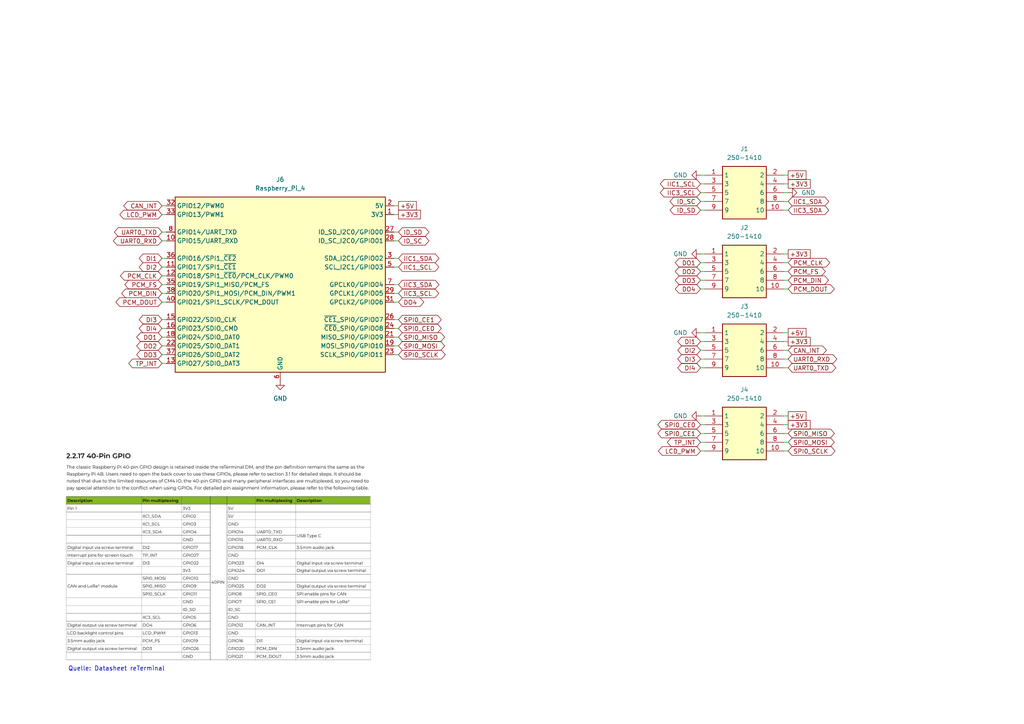
<source format=kicad_sch>
(kicad_sch (version 20250114) (generator "eeschema") (generator_version "9.0")
  (paper "A4")
  (lib_symbols
    (symbol "250-1410:250-1410"
      (property "Reference" "J" (at 19.05 7.62 0))
      (property "Value" "250-1410" (at 19.05 5.08 0))
      (symbol "250-1410_1_1"
        (rectangle (start 5.08 2.54) (end 17.78 -12.7) (stroke (width 0.254)) (fill (type background)))
        (pin passive line (at 0 0 0) (length 5.08) (name "1") (number "1"))
        (pin passive line (at 0 -2.54 0) (length 5.08) (name "3") (number "3"))
        (pin passive line (at 0 -5.08 0) (length 5.08) (name "5") (number "5"))
        (pin passive line (at 0 -7.62 0) (length 5.08) (name "7") (number "7"))
        (pin passive line (at 0 -10.16 0) (length 5.08) (name "9") (number "9"))
        (pin passive line (at 22.86 0 180) (length 5.08) (name "2") (number "2"))
        (pin passive line (at 22.86 -2.54 180) (length 5.08) (name "4") (number "4"))
        (pin passive line (at 22.86 -5.08 180) (length 5.08) (name "6") (number "6"))
        (pin passive line (at 22.86 -7.62 180) (length 5.08) (name "8") (number "8"))
        (pin passive line (at 22.86 -10.16 180) (length 5.08) (name "10") (number "10"))
      )
    )
    (symbol "Connector:Raspberry_Pi_4"
      (property "Reference" "J" (at -17.526 48.768 0))
      (property "Value" "Raspberry_Pi_4" (at 15.748 -26.416 0))
      (symbol "Raspberry_Pi_4_0_1"
        (rectangle (start -30.48 25.4) (end 30.48 -25.4) (stroke (width 0.254)) (fill (type background)))
      )
      (symbol "Raspberry_Pi_4_1_1"
        (pin bidirectional line (at -33.02 22.86 0) (length 2.54) (name "GPIO12/PWM0") (number "32"))
        (pin bidirectional line (at -33.02 20.32 0) (length 2.54) (name "GPIO13/PWM1") (number "33"))
        (pin bidirectional line (at -33.02 15.24 0) (length 2.54) (name "GPIO14/UART_TXD") (number "8"))
        (pin bidirectional line (at -33.02 12.7 0) (length 2.54) (name "GPIO15/UART_RXD") (number "10"))
        (pin bidirectional line (at -33.02 7.62 0) (length 2.54) (name "GPIO16/SPI1_~{CE2}") (number "36"))
        (pin bidirectional line (at -33.02 5.08 0) (length 2.54) (name "GPIO17/SPI1_~{CE1}") (number "11"))
        (pin bidirectional line (at -33.02 2.54 0) (length 2.54) (name "GPIO18/SPI1_~{CE0}/PCM_CLK/PWM0") (number "12"))
        (pin bidirectional line (at -33.02 0 0) (length 2.54) (name "GPIO19/SPI1_MISO/PCM_FS") (number "35"))
        (pin bidirectional line (at -33.02 -2.54 0) (length 2.54) (name "GPIO20/SPI1_MOSI/PCM_DIN/PWM1") (number "38"))
        (pin bidirectional line (at -33.02 -5.08 0) (length 2.54) (name "GPIO21/SPI1_SCLK/PCM_DOUT") (number "40"))
        (pin bidirectional line (at -33.02 -10.16 0) (length 2.54) (name "GPIO22/SDIO_CLK") (number "15"))
        (pin bidirectional line (at -33.02 -12.7 0) (length 2.54) (name "GPIO23/SDIO_CMD") (number "16"))
        (pin bidirectional line (at -33.02 -15.24 0) (length 2.54) (name "GPIO24/SDIO_DAT0") (number "18"))
        (pin bidirectional line (at -33.02 -17.78 0) (length 2.54) (name "GPIO25/SDIO_DAT1") (number "22"))
        (pin bidirectional line (at -33.02 -20.32 0) (length 2.54) (name "GPIO26/SDIO_DAT2") (number "37"))
        (pin bidirectional line (at -33.02 -22.86 0) (length 2.54) (name "GPIO27/SDIO_DAT3") (number "13"))
        (pin passive line (at 0 -27.94 90) (length 2.54) (hide yes) (name "GND") (number "14"))
        (pin passive line (at 0 -27.94 90) (length 2.54) (hide yes) (name "GND") (number "20"))
        (pin passive line (at 0 -27.94 90) (length 2.54) (hide yes) (name "GND") (number "25"))
        (pin passive line (at 0 -27.94 90) (length 2.54) (hide yes) (name "GND") (number "30"))
        (pin passive line (at 0 -27.94 90) (length 2.54) (hide yes) (name "GND") (number "34"))
        (pin passive line (at 0 -27.94 90) (length 2.54) (hide yes) (name "GND") (number "39"))
        (pin power_out line (at 0 -27.94 90) (length 2.54) (name "GND") (number "6"))
        (pin passive line (at 0 -27.94 90) (length 2.54) (hide yes) (name "GND") (number "9"))
        (pin power_out line (at 33.02 22.86 180) (length 2.54) (name "5V") (number "2"))
        (pin passive line (at 33.02 22.86 180) (length 2.54) (hide yes) (name "5V") (number "4"))
        (pin power_out line (at 33.02 20.32 180) (length 2.54) (name "3V3") (number "1"))
        (pin passive line (at 33.02 20.32 180) (length 2.54) (hide yes) (name "3V3") (number "17"))
        (pin bidirectional line (at 33.02 15.24 180) (length 2.54) (name "ID_SD_I2C0/GPIO00") (number "27"))
        (pin bidirectional line (at 33.02 12.7 180) (length 2.54) (name "ID_SC_I2C0/GPIO01") (number "28"))
        (pin bidirectional line (at 33.02 7.62 180) (length 2.54) (name "SDA_I2C1/GPIO02") (number "3"))
        (pin bidirectional line (at 33.02 5.08 180) (length 2.54) (name "SCL_I2C1/GPIO03") (number "5"))
        (pin bidirectional line (at 33.02 0 180) (length 2.54) (name "GPCLK0/GPIO04") (number "7"))
        (pin bidirectional line (at 33.02 -2.54 180) (length 2.54) (name "GPCLK1/GPIO05") (number "29"))
        (pin bidirectional line (at 33.02 -5.08 180) (length 2.54) (name "GPCLK2/GPIO06") (number "31"))
        (pin bidirectional line (at 33.02 -10.16 180) (length 2.54) (name "~{CE1}_SPI0/GPIO07") (number "26"))
        (pin bidirectional line (at 33.02 -12.7 180) (length 2.54) (name "~{CE0}_SPI0/GPIO08") (number "24"))
        (pin bidirectional line (at 33.02 -15.24 180) (length 2.54) (name "MISO_SPI0/GPIO09") (number "21"))
        (pin bidirectional line (at 33.02 -17.78 180) (length 2.54) (name "MOSI_SPI0/GPIO10") (number "19"))
        (pin bidirectional line (at 33.02 -20.32 180) (length 2.54) (name "SCLK_SPI0/GPIO11") (number "23"))
      )
    )
    (symbol "power:GND" (power) (pin_numbers (hide yes)) (pin_names (offset 0) (hide yes))
      (property "Value" "GND" (at 0 -3.81 0))
      (symbol "GND_0_1"
        (polyline (pts (xy 0 0) (xy 0 -1.27) (xy 1.27 -1.27) (xy 0 -2.54) (xy -1.27 -1.27) (xy 0 -1.27)))
      )
      (symbol "GND_1_1"
        (pin power_in line (at 0 0 270) (length 0) (name "~") (number "1"))
      )
    )
  )
  (text "Quelle: Datasheet reTerminal" (at 33.782 194.056 0) (effects (font (size 1.27 1.27))))
  (wire (pts (xy 228.6 50.8) (xy 227.33 50.8)))
  (wire (pts (xy 115.57 82.55) (xy 114.3 82.55)))
  (wire (pts (xy 203.2 99.06) (xy 204.47 99.06)))
  (wire (pts (xy 203.2 78.74) (xy 204.47 78.74)))
  (wire (pts (xy 46.99 87.63) (xy 48.26 87.63)))
  (wire (pts (xy 115.57 77.47) (xy 114.3 77.47)))
  (wire (pts (xy 203.2 123.19) (xy 204.47 123.19)))
  (wire (pts (xy 46.99 105.41) (xy 48.26 105.41)))
  (wire (pts (xy 228.6 55.88) (xy 227.33 55.88)))
  (wire (pts (xy 203.2 73.66) (xy 204.47 73.66)))
  (wire (pts (xy 203.2 81.28) (xy 204.47 81.28)))
  (wire (pts (xy 228.6 123.19) (xy 227.33 123.19)))
  (wire (pts (xy 228.6 73.66) (xy 227.33 73.66)))
  (wire (pts (xy 46.99 100.33) (xy 48.26 100.33)))
  (wire (pts (xy 46.99 85.09) (xy 48.26 85.09)))
  (wire (pts (xy 228.6 106.68) (xy 227.33 106.68)))
  (wire (pts (xy 228.6 99.06) (xy 227.33 99.06)))
  (wire (pts (xy 46.99 92.71) (xy 48.26 92.71)))
  (wire (pts (xy 115.57 67.31) (xy 114.3 67.31)))
  (wire (pts (xy 203.2 120.65) (xy 204.47 120.65)))
  (wire (pts (xy 115.57 95.25) (xy 114.3 95.25)))
  (wire (pts (xy 228.6 58.42) (xy 227.33 58.42)))
  (wire (pts (xy 46.99 74.93) (xy 48.26 74.93)))
  (wire (pts (xy 203.2 55.88) (xy 204.47 55.88)))
  (wire (pts (xy 203.2 53.34) (xy 204.47 53.34)))
  (wire (pts (xy 115.57 74.93) (xy 114.3 74.93)))
  (wire (pts (xy 228.6 130.81) (xy 227.33 130.81)))
  (wire (pts (xy 228.6 96.52) (xy 227.33 96.52)))
  (wire (pts (xy 203.2 104.14) (xy 204.47 104.14)))
  (wire (pts (xy 228.6 125.73) (xy 227.33 125.73)))
  (wire (pts (xy 115.57 87.63) (xy 114.3 87.63)))
  (wire (pts (xy 115.57 102.87) (xy 114.3 102.87)))
  (wire (pts (xy 203.2 96.52) (xy 204.47 96.52)))
  (wire (pts (xy 228.6 78.74) (xy 227.33 78.74)))
  (wire (pts (xy 46.99 80.01) (xy 48.26 80.01)))
  (wire (pts (xy 46.99 67.31) (xy 48.26 67.31)))
  (wire (pts (xy 203.2 60.96) (xy 204.47 60.96)))
  (wire (pts (xy 115.57 92.71) (xy 114.3 92.71)))
  (wire (pts (xy 228.6 120.65) (xy 227.33 120.65)))
  (wire (pts (xy 115.57 85.09) (xy 114.3 85.09)))
  (wire (pts (xy 115.57 62.23) (xy 114.3 62.23)))
  (wire (pts (xy 228.6 83.82) (xy 227.33 83.82)))
  (wire (pts (xy 203.2 130.81) (xy 204.47 130.81)))
  (wire (pts (xy 228.6 104.14) (xy 227.33 104.14)))
  (wire (pts (xy 46.99 97.79) (xy 48.26 97.79)))
  (wire (pts (xy 228.6 128.27) (xy 227.33 128.27)))
  (wire (pts (xy 203.2 106.68) (xy 204.47 106.68)))
  (wire (pts (xy 203.2 101.6) (xy 204.47 101.6)))
  (wire (pts (xy 203.2 76.2) (xy 204.47 76.2)))
  (wire (pts (xy 46.99 59.69) (xy 48.26 59.69)))
  (wire (pts (xy 46.99 95.25) (xy 48.26 95.25)))
  (wire (pts (xy 46.99 102.87) (xy 48.26 102.87)))
  (wire (pts (xy 228.6 53.34) (xy 227.33 53.34)))
  (wire (pts (xy 228.6 76.2) (xy 227.33 76.2)))
  (wire (pts (xy 46.99 69.85) (xy 48.26 69.85)))
  (wire (pts (xy 228.6 81.28) (xy 227.33 81.28)))
  (wire (pts (xy 115.57 97.79) (xy 114.3 97.79)))
  (wire (pts (xy 228.6 60.96) (xy 227.33 60.96)))
  (wire (pts (xy 46.99 77.47) (xy 48.26 77.47)))
  (wire (pts (xy 203.2 128.27) (xy 204.47 128.27)))
  (wire (pts (xy 203.2 125.73) (xy 204.47 125.73)))
  (wire (pts (xy 115.57 69.85) (xy 114.3 69.85)))
  (wire (pts (xy 46.99 82.55) (xy 48.26 82.55)))
  (wire (pts (xy 228.6 101.6) (xy 227.33 101.6)))
  (wire (pts (xy 203.2 83.82) (xy 204.47 83.82)))
  (wire (pts (xy 115.57 59.69) (xy 114.3 59.69)))
  (wire (pts (xy 203.2 50.8) (xy 204.47 50.8)))
  (wire (pts (xy 115.57 100.33) (xy 114.3 100.33)))
  (wire (pts (xy 203.2 58.42) (xy 204.47 58.42)))
  (wire (pts (xy 46.99 62.23) (xy 48.26 62.23)))
  (image (at 63.5 161.29) (scale 0.465899))
  (global_label "+3V3" (shape passive) (at 228.6 123.19 0) (property "Intersheetrefs" "${INTERSHEET_REFS}" (effects (hide yes))))
  (global_label "DO4" (shape bidirectional) (at 115.57 87.63 0) (property "Intersheetrefs" "${INTERSHEET_REFS}" (effects (hide yes))))
  (global_label "+3V3" (shape passive) (at 115.57 62.23 0) (property "Intersheetrefs" "${INTERSHEET_REFS}" (effects (hide yes))))
  (global_label "+5V" (shape passive) (at 228.6 96.52 0) (property "Intersheetrefs" "${INTERSHEET_REFS}" (effects (hide yes))))
  (global_label "+3V3" (shape passive) (at 228.6 73.66 0) (property "Intersheetrefs" "${INTERSHEET_REFS}" (effects (hide yes))))
  (global_label "UART0_RXD" (shape bidirectional) (at 228.6 104.14 0) (property "Intersheetrefs" "${INTERSHEET_REFS}" (effects (hide yes))))
  (global_label "ID_SC" (shape bidirectional) (at 203.2 58.42 180) (property "Intersheetrefs" "${INTERSHEET_REFS}" (effects (hide yes))))
  (global_label "CAN_INT" (shape bidirectional) (at 46.99 59.69 180) (property "Intersheetrefs" "${INTERSHEET_REFS}" (effects (hide yes))))
  (global_label "LCD_PWM" (shape bidirectional) (at 203.2 130.81 180) (property "Intersheetrefs" "${INTERSHEET_REFS}" (effects (hide yes))))
  (global_label "SPI0_CE0" (shape bidirectional) (at 115.57 95.25 0) (property "Intersheetrefs" "${INTERSHEET_REFS}" (effects (hide yes))))
  (global_label "PCM_DIN" (shape bidirectional) (at 46.99 85.09 180) (property "Intersheetrefs" "${INTERSHEET_REFS}" (effects (hide yes))))
  (global_label "DO4" (shape bidirectional) (at 203.2 83.82 180) (property "Intersheetrefs" "${INTERSHEET_REFS}" (effects (hide yes))))
  (global_label "SPI0_CE1" (shape bidirectional) (at 203.2 125.73 180) (property "Intersheetrefs" "${INTERSHEET_REFS}" (effects (hide yes))))
  (global_label "PCM_DIN" (shape bidirectional) (at 228.6 81.28 0) (property "Intersheetrefs" "${INTERSHEET_REFS}" (effects (hide yes))))
  (global_label "PCM_DOUT" (shape bidirectional) (at 228.6 83.82 0) (property "Intersheetrefs" "${INTERSHEET_REFS}" (effects (hide yes))))
  (global_label "DI2" (shape bidirectional) (at 203.2 101.6 180) (property "Intersheetrefs" "${INTERSHEET_REFS}" (effects (hide yes))))
  (global_label "SPI0_MISO" (shape bidirectional) (at 115.57 97.79 0) (property "Intersheetrefs" "${INTERSHEET_REFS}" (effects (hide yes))))
  (global_label "IIC3_SCL" (shape bidirectional) (at 203.2 55.88 180) (property "Intersheetrefs" "${INTERSHEET_REFS}" (effects (hide yes))))
  (global_label "UART0_RXD" (shape bidirectional) (at 46.99 69.85 180) (property "Intersheetrefs" "${INTERSHEET_REFS}" (effects (hide yes))))
  (global_label "IIC3_SDA" (shape bidirectional) (at 228.6 60.96 0) (property "Intersheetrefs" "${INTERSHEET_REFS}" (effects (hide yes))))
  (global_label "SPI0_MOSI" (shape bidirectional) (at 228.6 128.27 0) (property "Intersheetrefs" "${INTERSHEET_REFS}" (effects (hide yes))))
  (global_label "DO3" (shape bidirectional) (at 203.2 81.28 180) (property "Intersheetrefs" "${INTERSHEET_REFS}" (effects (hide yes))))
  (global_label "ID_SD" (shape bidirectional) (at 115.57 67.31 0) (property "Intersheetrefs" "${INTERSHEET_REFS}" (effects (hide yes))))
  (global_label "SPI0_SCLK" (shape bidirectional) (at 228.6 130.81 0) (property "Intersheetrefs" "${INTERSHEET_REFS}" (effects (hide yes))))
  (global_label "DO2" (shape bidirectional) (at 203.2 78.74 180) (property "Intersheetrefs" "${INTERSHEET_REFS}" (effects (hide yes))))
  (global_label "IIC1_SCL" (shape bidirectional) (at 203.2 53.34 180) (property "Intersheetrefs" "${INTERSHEET_REFS}" (effects (hide yes))))
  (global_label "DI2" (shape bidirectional) (at 46.99 77.47 180) (property "Intersheetrefs" "${INTERSHEET_REFS}" (effects (hide yes))))
  (global_label "UART0_TXD" (shape bidirectional) (at 228.6 106.68 0) (property "Intersheetrefs" "${INTERSHEET_REFS}" (effects (hide yes))))
  (global_label "PCM_CLK" (shape bidirectional) (at 228.6 76.2 0) (property "Intersheetrefs" "${INTERSHEET_REFS}" (effects (hide yes))))
  (global_label "LCD_PWM" (shape bidirectional) (at 46.99 62.23 180) (property "Intersheetrefs" "${INTERSHEET_REFS}" (effects (hide yes))))
  (global_label "DO1" (shape bidirectional) (at 203.2 76.2 180) (property "Intersheetrefs" "${INTERSHEET_REFS}" (effects (hide yes))))
  (global_label "UART0_TXD" (shape bidirectional) (at 46.99 67.31 180) (property "Intersheetrefs" "${INTERSHEET_REFS}" (effects (hide yes))))
  (global_label "PCM_FS" (shape bidirectional) (at 228.6 78.74 0) (property "Intersheetrefs" "${INTERSHEET_REFS}" (effects (hide yes))))
  (global_label "ID_SC" (shape bidirectional) (at 115.57 69.85 0) (property "Intersheetrefs" "${INTERSHEET_REFS}" (effects (hide yes))))
  (global_label "TP_INT" (shape bidirectional) (at 203.2 128.27 180) (property "Intersheetrefs" "${INTERSHEET_REFS}" (effects (hide yes))))
  (global_label "IIC1_SCL" (shape bidirectional) (at 115.57 77.47 0) (property "Intersheetrefs" "${INTERSHEET_REFS}" (effects (hide yes))))
  (global_label "SPI0_CE1" (shape bidirectional) (at 115.57 92.71 0) (property "Intersheetrefs" "${INTERSHEET_REFS}" (effects (hide yes))))
  (global_label "DO2" (shape bidirectional) (at 46.99 100.33 180) (property "Intersheetrefs" "${INTERSHEET_REFS}" (effects (hide yes))))
  (global_label "IIC1_SDA" (shape bidirectional) (at 115.57 74.93 0) (property "Intersheetrefs" "${INTERSHEET_REFS}" (effects (hide yes))))
  (global_label "DO3" (shape bidirectional) (at 46.99 102.87 180) (property "Intersheetrefs" "${INTERSHEET_REFS}" (effects (hide yes))))
  (global_label "TP_INT" (shape bidirectional) (at 46.99 105.41 180) (property "Intersheetrefs" "${INTERSHEET_REFS}" (effects (hide yes))))
  (global_label "+3V3" (shape passive) (at 228.6 53.34 0) (property "Intersheetrefs" "${INTERSHEET_REFS}" (effects (hide yes))))
  (global_label "SPI0_SCLK" (shape bidirectional) (at 115.57 102.87 0) (property "Intersheetrefs" "${INTERSHEET_REFS}" (effects (hide yes))))
  (global_label "IIC3_SDA" (shape bidirectional) (at 115.57 82.55 0) (property "Intersheetrefs" "${INTERSHEET_REFS}" (effects (hide yes))))
  (global_label "+3V3" (shape passive) (at 228.6 99.06 0) (property "Intersheetrefs" "${INTERSHEET_REFS}" (effects (hide yes))))
  (global_label "DI1" (shape bidirectional) (at 203.2 99.06 180) (property "Intersheetrefs" "${INTERSHEET_REFS}" (effects (hide yes))))
  (global_label "IIC3_SCL" (shape bidirectional) (at 115.57 85.09 0) (property "Intersheetrefs" "${INTERSHEET_REFS}" (effects (hide yes))))
  (global_label "DI3" (shape bidirectional) (at 46.99 92.71 180) (property "Intersheetrefs" "${INTERSHEET_REFS}" (effects (hide yes))))
  (global_label "PCM_FS" (shape bidirectional) (at 46.99 82.55 180) (property "Intersheetrefs" "${INTERSHEET_REFS}" (effects (hide yes))))
  (global_label "PCM_CLK" (shape bidirectional) (at 46.99 80.01 180) (property "Intersheetrefs" "${INTERSHEET_REFS}" (effects (hide yes))))
  (global_label "+5V" (shape passive) (at 115.57 59.69 0) (property "Intersheetrefs" "${INTERSHEET_REFS}" (effects (hide yes))))
  (global_label "IIC1_SDA" (shape bidirectional) (at 228.6 58.42 0) (property "Intersheetrefs" "${INTERSHEET_REFS}" (effects (hide yes))))
  (global_label "+5V" (shape passive) (at 228.6 120.65 0) (property "Intersheetrefs" "${INTERSHEET_REFS}" (effects (hide yes))))
  (global_label "SPI0_CE0" (shape bidirectional) (at 203.2 123.19 180) (property "Intersheetrefs" "${INTERSHEET_REFS}" (effects (hide yes))))
  (global_label "+5V" (shape passive) (at 228.6 50.8 0) (property "Intersheetrefs" "${INTERSHEET_REFS}" (effects (hide yes))))
  (global_label "DI4" (shape bidirectional) (at 46.99 95.25 180) (property "Intersheetrefs" "${INTERSHEET_REFS}" (effects (hide yes))))
  (global_label "DI4" (shape bidirectional) (at 203.2 106.68 180) (property "Intersheetrefs" "${INTERSHEET_REFS}" (effects (hide yes))))
  (global_label "SPI0_MOSI" (shape bidirectional) (at 115.57 100.33 0) (property "Intersheetrefs" "${INTERSHEET_REFS}" (effects (hide yes))))
  (global_label "DI3" (shape bidirectional) (at 203.2 104.14 180) (property "Intersheetrefs" "${INTERSHEET_REFS}" (effects (hide yes))))
  (global_label "DI1" (shape bidirectional) (at 46.99 74.93 180) (property "Intersheetrefs" "${INTERSHEET_REFS}" (effects (hide yes))))
  (global_label "ID_SD" (shape bidirectional) (at 203.2 60.96 180) (property "Intersheetrefs" "${INTERSHEET_REFS}" (effects (hide yes))))
  (global_label "PCM_DOUT" (shape bidirectional) (at 46.99 87.63 180) (property "Intersheetrefs" "${INTERSHEET_REFS}" (effects (hide yes))))
  (global_label "CAN_INT" (shape bidirectional) (at 228.6 101.6 0) (property "Intersheetrefs" "${INTERSHEET_REFS}" (effects (hide yes))))
  (global_label "SPI0_MISO" (shape bidirectional) (at 228.6 125.73 0) (property "Intersheetrefs" "${INTERSHEET_REFS}" (effects (hide yes))))
  (global_label "DO1" (shape bidirectional) (at 46.99 97.79 180) (property "Intersheetrefs" "${INTERSHEET_REFS}" (effects (hide yes))))
  (symbol (lib_id "250-1410:250-1410") (at 204.47 96.52 0) (unit 1)
    (property "Reference" "J3" (at 215.9 88.9 0))
    (property "Value" "250-1410" (at 215.9 91.44 0))
    (property "Footprint" "Library:CONN10_250-1410_WAG" (effects (hide yes)))
    (property "Datasheet" "https://www.wago.com/250-1410" (effects (hide yes)))
    (property "Description" "PCB terminal block; push-button; 0.5 mm; Pin spacing 2.54 mm; 10-pole; Push-in CAGE CLAMP" (effects (hide yes)))
    (property "Height" "13.1" (effects (hide yes)))
    (property "Manufacturer_Name" "Wago" (effects (hide yes)))
    (property "Manufacturer_Part_Number" "250-1410" (effects (hide yes)))
    (property "Arrow Part Number" "250-1410" (effects (hide yes)))
    (property "Arrow Price/Stock" "null?region=nac" (effects (hide yes)))
  )
  (symbol (lib_id "power:GND") (at 203.2 50.8 270) (unit 1)
    (property "Reference" "#PWR03" (effects (hide yes)))
    (property "Value" "GND" (at 199.39 50.7999 90) (effects (justify right)))
    (property "Description" "Power symbol creates a global label with name \"GND\" , ground" (effects (hide yes)))
  )
  (symbol (lib_id "power:GND") (at 203.2 120.65 270) (unit 1)
    (property "Reference" "#PWR05" (effects (hide yes)))
    (property "Value" "GND" (at 199.39 120.6499 90) (effects (justify right)))
    (property "Description" "Power symbol creates a global label with name \"GND\" , ground" (effects (hide yes)))
  )
  (symbol (lib_id "250-1410:250-1410") (at 204.47 50.8 0) (unit 1)
    (property "Reference" "J1" (at 215.9 43.18 0))
    (property "Value" "250-1410" (at 215.9 45.72 0))
    (property "Footprint" "Library:CONN10_250-1410_WAG" (effects (hide yes)))
    (property "Datasheet" "https://www.wago.com/250-1410" (effects (hide yes)))
    (property "Description" "PCB terminal block; push-button; 0.5 mm; Pin spacing 2.54 mm; 10-pole; Push-in CAGE CLAMP" (effects (hide yes)))
    (property "Height" "13.1" (effects (hide yes)))
    (property "Manufacturer_Name" "Wago" (effects (hide yes)))
    (property "Manufacturer_Part_Number" "250-1410" (effects (hide yes)))
    (property "Arrow Part Number" "250-1410" (effects (hide yes)))
    (property "Arrow Price/Stock" "null?region=nac" (effects (hide yes)))
  )
  (symbol (lib_id "power:GND") (at 203.2 73.66 270) (unit 1)
    (property "Reference" "#PWR01" (effects (hide yes)))
    (property "Value" "GND" (at 199.39 73.6599 90) (effects (justify right)))
    (property "Description" "Power symbol creates a global label with name \"GND\" , ground" (effects (hide yes)))
  )
  (symbol (lib_id "Connector:Raspberry_Pi_4") (at 81.28 82.55 0) (unit 1)
    (property "Reference" "J6" (at 81.28 52.07 0))
    (property "Value" "Raspberry_Pi_4" (at 81.28 54.61 0))
    (property "Footprint" "Connector_PinHeader_2.54mm:PinHeader_2x20_P2.54mm_Vertical" (effects (hide yes)))
    (property "Datasheet" "https://datasheets.raspberrypi.com/rpi4/raspberry-pi-4-datasheet.pdf" (effects (hide yes)))
    (property "Description" "Raspberry Pi 4 Model B" (effects (hide yes)))
  )
  (symbol (lib_id "250-1410:250-1410") (at 204.47 120.65 0) (unit 1)
    (property "Reference" "J4" (at 215.9 113.03 0))
    (property "Value" "250-1410" (at 215.9 115.57 0))
    (property "Footprint" "Library:CONN10_250-1410_WAG" (effects (hide yes)))
    (property "Datasheet" "https://www.wago.com/250-1410" (effects (hide yes)))
    (property "Description" "PCB terminal block; push-button; 0.5 mm; Pin spacing 2.54 mm; 10-pole; Push-in CAGE CLAMP" (effects (hide yes)))
    (property "Height" "13.1" (effects (hide yes)))
    (property "Manufacturer_Name" "Wago" (effects (hide yes)))
    (property "Manufacturer_Part_Number" "250-1410" (effects (hide yes)))
    (property "Arrow Part Number" "250-1410" (effects (hide yes)))
    (property "Arrow Price/Stock" "null?region=nac" (effects (hide yes)))
  )
  (symbol (lib_id "power:GND") (at 228.6 55.88 90) (unit 1)
    (property "Reference" "#PWR06" (effects (hide yes)))
    (property "Value" "GND" (at 232.41 55.8799 90) (effects (justify right)))
    (property "Description" "Power symbol creates a global label with name \"GND\" , ground" (effects (hide yes)))
  )
  (symbol (lib_id "power:GND") (at 203.2 96.52 270) (unit 1)
    (property "Reference" "#PWR04" (effects (hide yes)))
    (property "Value" "GND" (at 199.39 96.5199 90) (effects (justify right)))
    (property "Description" "Power symbol creates a global label with name \"GND\" , ground" (effects (hide yes)))
  )
  (symbol (lib_id "250-1410:250-1410") (at 204.47 73.66 0) (unit 1)
    (property "Reference" "J2" (at 215.9 66.04 0))
    (property "Value" "250-1410" (at 215.9 68.58 0))
    (property "Footprint" "Library:CONN10_250-1410_WAG" (effects (hide yes)))
    (property "Datasheet" "https://www.wago.com/250-1410" (effects (hide yes)))
    (property "Description" "PCB terminal block; push-button; 0.5 mm; Pin spacing 2.54 mm; 10-pole; Push-in CAGE CLAMP" (effects (hide yes)))
    (property "Height" "13.1" (effects (hide yes)))
    (property "Manufacturer_Name" "Wago" (effects (hide yes)))
    (property "Manufacturer_Part_Number" "250-1410" (effects (hide yes)))
    (property "Arrow Part Number" "250-1410" (effects (hide yes)))
    (property "Arrow Price/Stock" "null?region=nac" (effects (hide yes)))
  )
  (symbol (lib_id "power:GND") (at 81.28 110.49 0) (unit 1)
    (property "Reference" "#PWR02" (effects (hide yes)))
    (property "Value" "GND" (at 81.28 115.57 0))
    (property "Description" "Power symbol creates a global label with name \"GND\" , ground" (effects (hide yes)))
  )
)
</source>
